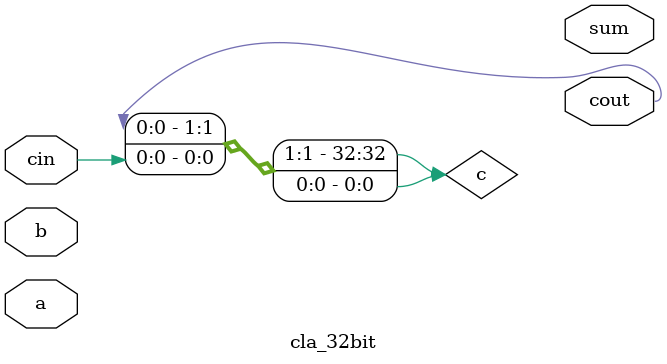
<source format=sv>
module cla_32bit (
    input  logic [31:0] a,
    input  logic [31:0] b,
    input  logic        cin,
    output logic [31:0] sum,
    output logic        cout
);

    logic [31:0] p; // Propagate
    logic [31:0] g; // Generate
    logic [32:0] c; // Carry

    assign c[0] = cin;
    assign cout = c[32];

    // TODO: Calculate Propagate (P) and Generate (G) for each bit
    // assign p = ...
    // assign g = ...

    // TODO: Calculate Carry signals
    // Ideally, for a 32-bit adder, you might use a hierarchical structure (4-bit blocks).
    // For this lab, you can try to implement the carry logic or use a behavioral description 
    // that mimics the CLA structure if the hierarchy is too complex to write out manually.
    // 
    // C[i+1] = G[i] | (P[i] & C[i])
    
    genvar i;
    generate
        for (i = 0; i < 32; i++) begin : carry_gen
            // assign c[i+1] = ...
        end
    endgenerate

    // TODO: Calculate Sum
    // assign sum = ...

endmodule

</source>
